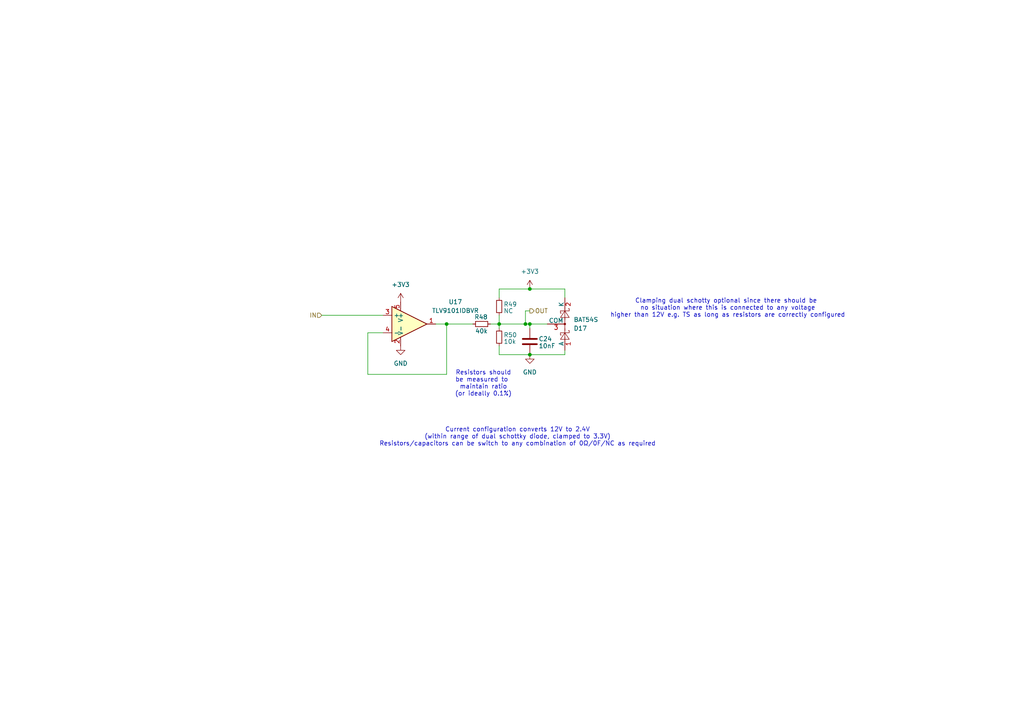
<source format=kicad_sch>
(kicad_sch
	(version 20250114)
	(generator "eeschema")
	(generator_version "9.0")
	(uuid "d08e4b3d-a906-40f0-8008-580d58939462")
	(paper "A4")
	(title_block
		(title "Can-Node")
		(company "SUFST")
		(comment 2 "Sam Sturgess/Martin Perreau-Saussine")
	)
	(lib_symbols
		(symbol "Device:C"
			(pin_numbers
				(hide yes)
			)
			(pin_names
				(offset 0.254)
			)
			(exclude_from_sim no)
			(in_bom yes)
			(on_board yes)
			(property "Reference" "C"
				(at 0.635 2.54 0)
				(effects
					(font
						(size 1.27 1.27)
					)
					(justify left)
				)
			)
			(property "Value" "C"
				(at 0.635 -2.54 0)
				(effects
					(font
						(size 1.27 1.27)
					)
					(justify left)
				)
			)
			(property "Footprint" ""
				(at 0.9652 -3.81 0)
				(effects
					(font
						(size 1.27 1.27)
					)
					(hide yes)
				)
			)
			(property "Datasheet" "~"
				(at 0 0 0)
				(effects
					(font
						(size 1.27 1.27)
					)
					(hide yes)
				)
			)
			(property "Description" "Unpolarized capacitor"
				(at 0 0 0)
				(effects
					(font
						(size 1.27 1.27)
					)
					(hide yes)
				)
			)
			(property "ki_keywords" "cap capacitor"
				(at 0 0 0)
				(effects
					(font
						(size 1.27 1.27)
					)
					(hide yes)
				)
			)
			(property "ki_fp_filters" "C_*"
				(at 0 0 0)
				(effects
					(font
						(size 1.27 1.27)
					)
					(hide yes)
				)
			)
			(symbol "C_0_1"
				(polyline
					(pts
						(xy -2.032 0.762) (xy 2.032 0.762)
					)
					(stroke
						(width 0.508)
						(type default)
					)
					(fill
						(type none)
					)
				)
				(polyline
					(pts
						(xy -2.032 -0.762) (xy 2.032 -0.762)
					)
					(stroke
						(width 0.508)
						(type default)
					)
					(fill
						(type none)
					)
				)
			)
			(symbol "C_1_1"
				(pin passive line
					(at 0 3.81 270)
					(length 2.794)
					(name "~"
						(effects
							(font
								(size 1.27 1.27)
							)
						)
					)
					(number "1"
						(effects
							(font
								(size 1.27 1.27)
							)
						)
					)
				)
				(pin passive line
					(at 0 -3.81 90)
					(length 2.794)
					(name "~"
						(effects
							(font
								(size 1.27 1.27)
							)
						)
					)
					(number "2"
						(effects
							(font
								(size 1.27 1.27)
							)
						)
					)
				)
			)
			(embedded_fonts no)
		)
		(symbol "Device:R_Small"
			(pin_numbers
				(hide yes)
			)
			(pin_names
				(offset 0.254)
				(hide yes)
			)
			(exclude_from_sim no)
			(in_bom yes)
			(on_board yes)
			(property "Reference" "R"
				(at 0.762 0.508 0)
				(effects
					(font
						(size 1.27 1.27)
					)
					(justify left)
				)
			)
			(property "Value" "R_Small"
				(at 0.762 -1.016 0)
				(effects
					(font
						(size 1.27 1.27)
					)
					(justify left)
				)
			)
			(property "Footprint" ""
				(at 0 0 0)
				(effects
					(font
						(size 1.27 1.27)
					)
					(hide yes)
				)
			)
			(property "Datasheet" "~"
				(at 0 0 0)
				(effects
					(font
						(size 1.27 1.27)
					)
					(hide yes)
				)
			)
			(property "Description" "Resistor, small symbol"
				(at 0 0 0)
				(effects
					(font
						(size 1.27 1.27)
					)
					(hide yes)
				)
			)
			(property "ki_keywords" "R resistor"
				(at 0 0 0)
				(effects
					(font
						(size 1.27 1.27)
					)
					(hide yes)
				)
			)
			(property "ki_fp_filters" "R_*"
				(at 0 0 0)
				(effects
					(font
						(size 1.27 1.27)
					)
					(hide yes)
				)
			)
			(symbol "R_Small_0_1"
				(rectangle
					(start -0.762 1.778)
					(end 0.762 -1.778)
					(stroke
						(width 0.2032)
						(type default)
					)
					(fill
						(type none)
					)
				)
			)
			(symbol "R_Small_1_1"
				(pin passive line
					(at 0 2.54 270)
					(length 0.762)
					(name "~"
						(effects
							(font
								(size 1.27 1.27)
							)
						)
					)
					(number "1"
						(effects
							(font
								(size 1.27 1.27)
							)
						)
					)
				)
				(pin passive line
					(at 0 -2.54 90)
					(length 0.762)
					(name "~"
						(effects
							(font
								(size 1.27 1.27)
							)
						)
					)
					(number "2"
						(effects
							(font
								(size 1.27 1.27)
							)
						)
					)
				)
			)
			(embedded_fonts no)
		)
		(symbol "Diode:BAT54S"
			(pin_names
				(offset 0)
			)
			(exclude_from_sim no)
			(in_bom yes)
			(on_board yes)
			(property "Reference" "D"
				(at 2.54 -5.08 0)
				(effects
					(font
						(size 1.27 1.27)
					)
					(justify left)
				)
			)
			(property "Value" "BAT54S"
				(at -6.35 3.175 0)
				(effects
					(font
						(size 1.27 1.27)
					)
					(justify left)
				)
			)
			(property "Footprint" "Package_TO_SOT_SMD:SOT-23"
				(at 1.905 3.175 0)
				(effects
					(font
						(size 1.27 1.27)
					)
					(justify left)
					(hide yes)
				)
			)
			(property "Datasheet" "https://www.diodes.com/assets/Datasheets/ds11005.pdf"
				(at -3.048 0 0)
				(effects
					(font
						(size 1.27 1.27)
					)
					(hide yes)
				)
			)
			(property "Description" "Vr 30V, If 200mA, Dual schottky barrier diode, in series, SOT-323"
				(at 0 0 0)
				(effects
					(font
						(size 1.27 1.27)
					)
					(hide yes)
				)
			)
			(property "ki_keywords" "schottky diode"
				(at 0 0 0)
				(effects
					(font
						(size 1.27 1.27)
					)
					(hide yes)
				)
			)
			(property "ki_fp_filters" "SOT?23*"
				(at 0 0 0)
				(effects
					(font
						(size 1.27 1.27)
					)
					(hide yes)
				)
			)
			(symbol "BAT54S_0_1"
				(polyline
					(pts
						(xy -4.445 1.27) (xy -4.445 -1.27) (xy -2.54 0) (xy -4.445 1.27)
					)
					(stroke
						(width 0)
						(type default)
					)
					(fill
						(type none)
					)
				)
				(polyline
					(pts
						(xy -3.81 0) (xy -1.27 0)
					)
					(stroke
						(width 0)
						(type default)
					)
					(fill
						(type none)
					)
				)
				(polyline
					(pts
						(xy -3.175 -1.27) (xy -3.175 -1.016)
					)
					(stroke
						(width 0)
						(type default)
					)
					(fill
						(type none)
					)
				)
				(polyline
					(pts
						(xy -2.54 1.27) (xy -1.905 1.27)
					)
					(stroke
						(width 0)
						(type default)
					)
					(fill
						(type none)
					)
				)
				(polyline
					(pts
						(xy -2.54 -1.27) (xy -3.175 -1.27)
					)
					(stroke
						(width 0)
						(type default)
					)
					(fill
						(type none)
					)
				)
				(polyline
					(pts
						(xy -2.54 -1.27) (xy -2.54 1.27)
					)
					(stroke
						(width 0)
						(type default)
					)
					(fill
						(type none)
					)
				)
				(polyline
					(pts
						(xy -1.905 1.27) (xy -1.905 1.016)
					)
					(stroke
						(width 0)
						(type default)
					)
					(fill
						(type none)
					)
				)
				(polyline
					(pts
						(xy -1.905 0) (xy 1.905 0)
					)
					(stroke
						(width 0)
						(type default)
					)
					(fill
						(type none)
					)
				)
				(circle
					(center 0 0)
					(radius 0.254)
					(stroke
						(width 0)
						(type default)
					)
					(fill
						(type outline)
					)
				)
				(polyline
					(pts
						(xy 1.27 0) (xy 3.81 0)
					)
					(stroke
						(width 0)
						(type default)
					)
					(fill
						(type none)
					)
				)
				(polyline
					(pts
						(xy 1.905 1.27) (xy 1.905 -1.27) (xy 3.81 0) (xy 1.905 1.27)
					)
					(stroke
						(width 0)
						(type default)
					)
					(fill
						(type none)
					)
				)
				(polyline
					(pts
						(xy 3.175 -1.27) (xy 3.175 -1.016)
					)
					(stroke
						(width 0)
						(type default)
					)
					(fill
						(type none)
					)
				)
				(polyline
					(pts
						(xy 3.81 1.27) (xy 4.445 1.27)
					)
					(stroke
						(width 0)
						(type default)
					)
					(fill
						(type none)
					)
				)
				(polyline
					(pts
						(xy 3.81 -1.27) (xy 3.175 -1.27)
					)
					(stroke
						(width 0)
						(type default)
					)
					(fill
						(type none)
					)
				)
				(polyline
					(pts
						(xy 3.81 -1.27) (xy 3.81 1.27)
					)
					(stroke
						(width 0)
						(type default)
					)
					(fill
						(type none)
					)
				)
				(polyline
					(pts
						(xy 4.445 1.27) (xy 4.445 1.016)
					)
					(stroke
						(width 0)
						(type default)
					)
					(fill
						(type none)
					)
				)
			)
			(symbol "BAT54S_1_1"
				(pin passive line
					(at -7.62 0 0)
					(length 3.81)
					(name "A"
						(effects
							(font
								(size 1.27 1.27)
							)
						)
					)
					(number "1"
						(effects
							(font
								(size 1.27 1.27)
							)
						)
					)
				)
				(pin passive line
					(at 0 -5.08 90)
					(length 5.08)
					(name "COM"
						(effects
							(font
								(size 1.27 1.27)
							)
						)
					)
					(number "3"
						(effects
							(font
								(size 1.27 1.27)
							)
						)
					)
				)
				(pin passive line
					(at 7.62 0 180)
					(length 3.81)
					(name "K"
						(effects
							(font
								(size 1.27 1.27)
							)
						)
					)
					(number "2"
						(effects
							(font
								(size 1.27 1.27)
							)
						)
					)
				)
			)
			(embedded_fonts no)
		)
		(symbol "GND_3"
			(power)
			(pin_numbers
				(hide yes)
			)
			(pin_names
				(offset 0)
				(hide yes)
			)
			(exclude_from_sim no)
			(in_bom yes)
			(on_board yes)
			(property "Reference" "#PWR"
				(at 0 -6.35 0)
				(effects
					(font
						(size 1.27 1.27)
					)
					(hide yes)
				)
			)
			(property "Value" "GND"
				(at 0 -3.81 0)
				(effects
					(font
						(size 1.27 1.27)
					)
				)
			)
			(property "Footprint" ""
				(at 0 0 0)
				(effects
					(font
						(size 1.27 1.27)
					)
					(hide yes)
				)
			)
			(property "Datasheet" ""
				(at 0 0 0)
				(effects
					(font
						(size 1.27 1.27)
					)
					(hide yes)
				)
			)
			(property "Description" "Power symbol creates a global label with name \"GND\" , ground"
				(at 0 0 0)
				(effects
					(font
						(size 1.27 1.27)
					)
					(hide yes)
				)
			)
			(property "ki_keywords" "global power"
				(at 0 0 0)
				(effects
					(font
						(size 1.27 1.27)
					)
					(hide yes)
				)
			)
			(symbol "GND_3_0_1"
				(polyline
					(pts
						(xy 0 0) (xy 0 -1.27) (xy 1.27 -1.27) (xy 0 -2.54) (xy -1.27 -1.27) (xy 0 -1.27)
					)
					(stroke
						(width 0)
						(type default)
					)
					(fill
						(type none)
					)
				)
			)
			(symbol "GND_3_1_1"
				(pin power_in line
					(at 0 0 270)
					(length 0)
					(name "~"
						(effects
							(font
								(size 1.27 1.27)
							)
						)
					)
					(number "1"
						(effects
							(font
								(size 1.27 1.27)
							)
						)
					)
				)
			)
			(embedded_fonts no)
		)
		(symbol "SUFST:TLV9101IDBVR"
			(exclude_from_sim no)
			(in_bom yes)
			(on_board yes)
			(property "Reference" "U"
				(at 0.254 0 0)
				(effects
					(font
						(size 1.27 1.27)
					)
				)
			)
			(property "Value" "TLV9101IDBVR"
				(at 0 0 0)
				(effects
					(font
						(size 1.27 1.27)
					)
				)
			)
			(property "Footprint" "Package_TO_SOT_SMD:SOT-23-5_HandSoldering"
				(at 0 0 0)
				(effects
					(font
						(size 1.27 1.27)
					)
					(hide yes)
				)
			)
			(property "Datasheet" "https://www.ti.com/lit/ds/symlink/tlv9102.pdf?ts=1770892612504&ref_url=https%253A%252F%252Fwww.ti.com%252Fproduct%252FTLV9102"
				(at 0 0 0)
				(effects
					(font
						(size 1.27 1.27)
					)
					(hide yes)
				)
			)
			(property "Description" "TLV910x 16-V, 1-MHz, Rail-to-Rail Input/Output, Low Power Op Amp"
				(at 0 0 0)
				(effects
					(font
						(size 1.27 1.27)
					)
					(hide yes)
				)
			)
			(property "Drawn By" "Adam Eastman"
				(at 0 0 0)
				(effects
					(font
						(size 1.27 1.27)
					)
					(hide yes)
				)
			)
			(symbol "TLV9101IDBVR_1_1"
				(polyline
					(pts
						(xy -3.81 5.08) (xy 6.35 0) (xy -3.81 -5.08) (xy -3.81 5.08)
					)
					(stroke
						(width 0.254)
						(type default)
					)
					(fill
						(type background)
					)
				)
				(pin input line
					(at -6.35 2.54 0)
					(length 2.54)
					(name "+"
						(effects
							(font
								(size 1.27 1.27)
							)
						)
					)
					(number "3"
						(effects
							(font
								(size 1.27 1.27)
							)
						)
					)
				)
				(pin input line
					(at -6.35 -2.54 0)
					(length 2.54)
					(name "-"
						(effects
							(font
								(size 1.27 1.27)
							)
						)
					)
					(number "4"
						(effects
							(font
								(size 1.27 1.27)
							)
						)
					)
				)
				(pin input line
					(at -1.27 6.35 270)
					(length 2.54)
					(name "V+"
						(effects
							(font
								(size 1.27 1.27)
							)
						)
					)
					(number "5"
						(effects
							(font
								(size 1.27 1.27)
							)
						)
					)
				)
				(pin input line
					(at -1.27 -6.35 90)
					(length 2.54)
					(name "V-"
						(effects
							(font
								(size 1.27 1.27)
							)
						)
					)
					(number "2"
						(effects
							(font
								(size 1.27 1.27)
							)
						)
					)
				)
				(pin output line
					(at 8.89 0 180)
					(length 2.54)
					(name "~"
						(effects
							(font
								(size 1.27 1.27)
							)
						)
					)
					(number "1"
						(effects
							(font
								(size 1.27 1.27)
							)
						)
					)
				)
			)
			(embedded_fonts no)
		)
		(symbol "power:+3V3"
			(power)
			(pin_numbers
				(hide yes)
			)
			(pin_names
				(offset 0)
				(hide yes)
			)
			(exclude_from_sim no)
			(in_bom yes)
			(on_board yes)
			(property "Reference" "#PWR"
				(at 0 -3.81 0)
				(effects
					(font
						(size 1.27 1.27)
					)
					(hide yes)
				)
			)
			(property "Value" "+3V3"
				(at 0 3.556 0)
				(effects
					(font
						(size 1.27 1.27)
					)
				)
			)
			(property "Footprint" ""
				(at 0 0 0)
				(effects
					(font
						(size 1.27 1.27)
					)
					(hide yes)
				)
			)
			(property "Datasheet" ""
				(at 0 0 0)
				(effects
					(font
						(size 1.27 1.27)
					)
					(hide yes)
				)
			)
			(property "Description" "Power symbol creates a global label with name \"+3V3\""
				(at 0 0 0)
				(effects
					(font
						(size 1.27 1.27)
					)
					(hide yes)
				)
			)
			(property "ki_keywords" "global power"
				(at 0 0 0)
				(effects
					(font
						(size 1.27 1.27)
					)
					(hide yes)
				)
			)
			(symbol "+3V3_0_1"
				(polyline
					(pts
						(xy -0.762 1.27) (xy 0 2.54)
					)
					(stroke
						(width 0)
						(type default)
					)
					(fill
						(type none)
					)
				)
				(polyline
					(pts
						(xy 0 2.54) (xy 0.762 1.27)
					)
					(stroke
						(width 0)
						(type default)
					)
					(fill
						(type none)
					)
				)
				(polyline
					(pts
						(xy 0 0) (xy 0 2.54)
					)
					(stroke
						(width 0)
						(type default)
					)
					(fill
						(type none)
					)
				)
			)
			(symbol "+3V3_1_1"
				(pin power_in line
					(at 0 0 90)
					(length 0)
					(name "~"
						(effects
							(font
								(size 1.27 1.27)
							)
						)
					)
					(number "1"
						(effects
							(font
								(size 1.27 1.27)
							)
						)
					)
				)
			)
			(embedded_fonts no)
		)
	)
	(text "Current configuration converts 12V to 2.4V\n(within range of dual schottky diode, clamped to 3.3V)\nResistors/capacitors can be switch to any combination of 0Ω/0F/NC as required"
		(exclude_from_sim no)
		(at 150.114 126.746 0)
		(effects
			(font
				(size 1.27 1.27)
			)
		)
		(uuid "3b42defb-2fdd-4863-bf43-bc6def9ff6a4")
	)
	(text "Clamping dual schotty optional since there should be \nno situation where this is connected to any voltage\nhigher than 12V e.g. TS as long as resistors are correctly configured"
		(exclude_from_sim no)
		(at 211.074 89.408 0)
		(effects
			(font
				(size 1.27 1.27)
			)
		)
		(uuid "651f5907-8df7-443b-a3bf-18d92bdd011a")
	)
	(text "Resistors should\nbe measured to \nmaintain ratio\n(or ideally 0.1%)\n"
		(exclude_from_sim no)
		(at 140.208 111.252 0)
		(effects
			(font
				(size 1.27 1.27)
			)
		)
		(uuid "9fa6b691-af15-464e-9477-c1855f4f60f2")
	)
	(junction
		(at 152.4 93.98)
		(diameter 0)
		(color 0 0 0 0)
		(uuid "18c811b3-0d83-43b6-bb7f-3734e2a32eee")
	)
	(junction
		(at 129.54 93.98)
		(diameter 0)
		(color 0 0 0 0)
		(uuid "323adbcb-c0a0-4fa1-aa23-2f01fba64670")
	)
	(junction
		(at 153.67 93.98)
		(diameter 0)
		(color 0 0 0 0)
		(uuid "8f1d50eb-c26e-406e-b025-e4b565a36637")
	)
	(junction
		(at 144.78 93.98)
		(diameter 0)
		(color 0 0 0 0)
		(uuid "c21aed93-c740-4ec4-bbf2-51841bbaa16b")
	)
	(junction
		(at 153.67 83.82)
		(diameter 0)
		(color 0 0 0 0)
		(uuid "f34259ed-1392-4917-980d-72f12638eadd")
	)
	(junction
		(at 153.67 102.87)
		(diameter 0)
		(color 0 0 0 0)
		(uuid "fe226199-a00e-4ea8-a47f-bbe4350000ca")
	)
	(wire
		(pts
			(xy 129.54 93.98) (xy 129.54 108.585)
		)
		(stroke
			(width 0)
			(type default)
		)
		(uuid "09355902-437a-4708-9be5-9de75133ab21")
	)
	(wire
		(pts
			(xy 144.78 83.82) (xy 153.67 83.82)
		)
		(stroke
			(width 0)
			(type default)
		)
		(uuid "175e14f5-aa3d-4b13-8ab4-157869203531")
	)
	(wire
		(pts
			(xy 144.78 102.87) (xy 153.67 102.87)
		)
		(stroke
			(width 0)
			(type default)
		)
		(uuid "27a664e8-70b5-4317-a452-16d577f87604")
	)
	(wire
		(pts
			(xy 144.78 91.44) (xy 144.78 93.98)
		)
		(stroke
			(width 0)
			(type default)
		)
		(uuid "4c9343c6-4fff-418a-82ec-8bec6d5bab53")
	)
	(wire
		(pts
			(xy 142.24 93.98) (xy 144.78 93.98)
		)
		(stroke
			(width 0)
			(type default)
		)
		(uuid "5f5159ff-daee-4d87-9aa1-280e0667636e")
	)
	(wire
		(pts
			(xy 153.67 90.17) (xy 152.4 90.17)
		)
		(stroke
			(width 0)
			(type default)
		)
		(uuid "5fbdb37f-c24f-40b1-9def-9ab8bea203f5")
	)
	(wire
		(pts
			(xy 153.67 93.98) (xy 158.75 93.98)
		)
		(stroke
			(width 0)
			(type default)
		)
		(uuid "647eb0d5-f74f-4c6a-bd15-9676aeb04792")
	)
	(wire
		(pts
			(xy 93.345 91.44) (xy 111.125 91.44)
		)
		(stroke
			(width 0)
			(type default)
		)
		(uuid "66e37b7e-2457-4180-a70b-4bac8c8a54ae")
	)
	(wire
		(pts
			(xy 129.54 108.585) (xy 106.68 108.585)
		)
		(stroke
			(width 0)
			(type default)
		)
		(uuid "6daee643-1df2-4f3d-a22a-742a1a0388f5")
	)
	(wire
		(pts
			(xy 144.78 83.82) (xy 144.78 86.36)
		)
		(stroke
			(width 0)
			(type default)
		)
		(uuid "6df86dc9-e325-4f41-9750-58af52e91768")
	)
	(wire
		(pts
			(xy 153.67 95.25) (xy 153.67 93.98)
		)
		(stroke
			(width 0)
			(type default)
		)
		(uuid "7a8a8211-7ea4-4be3-9d9c-1fdae741700d")
	)
	(wire
		(pts
			(xy 163.83 83.82) (xy 163.83 86.36)
		)
		(stroke
			(width 0)
			(type default)
		)
		(uuid "7c0a110c-b995-4150-a5e5-61e9c7988b07")
	)
	(wire
		(pts
			(xy 129.54 93.98) (xy 137.16 93.98)
		)
		(stroke
			(width 0)
			(type default)
		)
		(uuid "7ccf585c-d303-4895-a7de-6d49c12a809a")
	)
	(wire
		(pts
			(xy 106.68 108.585) (xy 106.68 96.52)
		)
		(stroke
			(width 0)
			(type default)
		)
		(uuid "82eb5cea-9db1-4448-9a97-535997d02cfe")
	)
	(wire
		(pts
			(xy 144.78 93.98) (xy 144.78 95.25)
		)
		(stroke
			(width 0)
			(type default)
		)
		(uuid "9aae41e0-883a-48a2-acc3-1dbee03de79a")
	)
	(wire
		(pts
			(xy 153.67 83.82) (xy 163.83 83.82)
		)
		(stroke
			(width 0)
			(type default)
		)
		(uuid "a2ba94a9-c816-4868-b5f7-c2ad64606606")
	)
	(wire
		(pts
			(xy 153.67 93.98) (xy 152.4 93.98)
		)
		(stroke
			(width 0)
			(type default)
		)
		(uuid "a493276f-d101-4171-af3b-eb8e5130f4fb")
	)
	(wire
		(pts
			(xy 144.78 100.33) (xy 144.78 102.87)
		)
		(stroke
			(width 0)
			(type default)
		)
		(uuid "b03a566e-02b6-4362-bfdf-cc063d39ca28")
	)
	(wire
		(pts
			(xy 163.83 102.87) (xy 163.83 101.6)
		)
		(stroke
			(width 0)
			(type default)
		)
		(uuid "c3d4a61e-8017-4088-9b5e-2c85183851d8")
	)
	(wire
		(pts
			(xy 126.365 93.98) (xy 129.54 93.98)
		)
		(stroke
			(width 0)
			(type default)
		)
		(uuid "cb9c1cfe-2648-4d3b-b536-707f67e7aafb")
	)
	(wire
		(pts
			(xy 152.4 90.17) (xy 152.4 93.98)
		)
		(stroke
			(width 0)
			(type default)
		)
		(uuid "d75df8e0-d845-4a8d-a7fb-be1d528a2a4b")
	)
	(wire
		(pts
			(xy 144.78 93.98) (xy 152.4 93.98)
		)
		(stroke
			(width 0)
			(type default)
		)
		(uuid "d77ad761-041a-4837-8522-005defaf2e0a")
	)
	(wire
		(pts
			(xy 153.67 102.87) (xy 163.83 102.87)
		)
		(stroke
			(width 0)
			(type default)
		)
		(uuid "e9a97984-2694-484b-8690-f69cc7fe8516")
	)
	(wire
		(pts
			(xy 106.68 96.52) (xy 111.125 96.52)
		)
		(stroke
			(width 0)
			(type default)
		)
		(uuid "ec8d5654-daf1-4f21-a6c8-6a8d1fe9cba2")
	)
	(hierarchical_label "OUT"
		(shape output)
		(at 153.67 90.17 0)
		(effects
			(font
				(size 1.27 1.27)
			)
			(justify left)
		)
		(uuid "0b095ce4-ad38-4edd-a3a9-8a45220847e6")
	)
	(hierarchical_label "IN"
		(shape input)
		(at 93.345 91.44 180)
		(effects
			(font
				(size 1.27 1.27)
			)
			(justify right)
		)
		(uuid "ed31a6ff-b2d2-4ab6-b11e-902de6335b8b")
	)
	(symbol
		(lib_id "Diode:BAT54S")
		(at 163.83 93.98 270)
		(mirror x)
		(unit 1)
		(exclude_from_sim no)
		(in_bom yes)
		(on_board yes)
		(dnp no)
		(uuid "0b6fc612-8e65-48dd-9a03-c030bceb9250")
		(property "Reference" "D4"
			(at 166.37 95.2501 90)
			(effects
				(font
					(size 1.27 1.27)
				)
				(justify left)
			)
		)
		(property "Value" "BAT54S"
			(at 166.37 92.7101 90)
			(effects
				(font
					(size 1.27 1.27)
				)
				(justify left)
			)
		)
		(property "Footprint" "Package_TO_SOT_SMD:SOT-23"
			(at 167.005 92.075 0)
			(effects
				(font
					(size 1.27 1.27)
				)
				(justify left)
				(hide yes)
			)
		)
		(property "Datasheet" "https://www.diodes.com/assets/Datasheets/ds11005.pdf"
			(at 163.83 97.028 0)
			(effects
				(font
					(size 1.27 1.27)
				)
				(hide yes)
			)
		)
		(property "Description" "Vr 30V, If 200mA, Dual schottky barrier diode, in series, SOT-323"
			(at 163.83 93.98 0)
			(effects
				(font
					(size 1.27 1.27)
				)
				(hide yes)
			)
		)
		(pin "1"
			(uuid "f35b9d9d-c4c8-40d0-a3ec-80afa5a80378")
		)
		(pin "3"
			(uuid "1eaba40c-b57d-4a54-ba27-f595694b26a4")
		)
		(pin "2"
			(uuid "b04ea1e8-faf8-4aab-aeec-f0cf7ed75996")
		)
		(instances
			(project "can-node"
				(path "/eaaf6381-0353-46e3-ad2e-69422d580355/2ee9570d-8d93-421f-a978-36b95ed059da/1fd9ecc0-c512-4ceb-8450-0f1107ad8383"
					(reference "D17")
					(unit 1)
				)
				(path "/eaaf6381-0353-46e3-ad2e-69422d580355/2ee9570d-8d93-421f-a978-36b95ed059da/3d65c8a8-9e26-4e5b-a388-1d08c4693d4f"
					(reference "D8")
					(unit 1)
				)
				(path "/eaaf6381-0353-46e3-ad2e-69422d580355/2ee9570d-8d93-421f-a978-36b95ed059da/7c739d08-7a09-4d86-a8f0-76db4759dcb6"
					(reference "D5")
					(unit 1)
				)
				(path "/eaaf6381-0353-46e3-ad2e-69422d580355/2ee9570d-8d93-421f-a978-36b95ed059da/aa2938ed-fdd7-4aa6-9344-5fd6f9f6c09a"
					(reference "D9")
					(unit 1)
				)
				(path "/eaaf6381-0353-46e3-ad2e-69422d580355/2ee9570d-8d93-421f-a978-36b95ed059da/ad222517-d854-4f5e-a977-5565cd1fe0d4"
					(reference "D19")
					(unit 1)
				)
				(path "/eaaf6381-0353-46e3-ad2e-69422d580355/2ee9570d-8d93-421f-a978-36b95ed059da/c5ec2ec4-95a0-4770-a7c7-b01933b32606"
					(reference "D11")
					(unit 1)
				)
				(path "/eaaf6381-0353-46e3-ad2e-69422d580355/2ee9570d-8d93-421f-a978-36b95ed059da/e136d66c-38ae-4960-a0b3-e6840ceb4612"
					(reference "D10")
					(unit 1)
				)
				(path "/eaaf6381-0353-46e3-ad2e-69422d580355/2ee9570d-8d93-421f-a978-36b95ed059da/e531e79d-e850-4806-b55a-ab9ab2ed4a51"
					(reference "D4")
					(unit 1)
				)
				(path "/eaaf6381-0353-46e3-ad2e-69422d580355/928fbfdc-3429-4c55-beb0-5722e5efe525/1fd9ecc0-c512-4ceb-8450-0f1107ad8383"
					(reference "D6")
					(unit 1)
				)
				(path "/eaaf6381-0353-46e3-ad2e-69422d580355/928fbfdc-3429-4c55-beb0-5722e5efe525/3d65c8a8-9e26-4e5b-a388-1d08c4693d4f"
					(reference "D12")
					(unit 1)
				)
				(path "/eaaf6381-0353-46e3-ad2e-69422d580355/928fbfdc-3429-4c55-beb0-5722e5efe525/7c739d08-7a09-4d86-a8f0-76db4759dcb6"
					(reference "D18")
					(unit 1)
				)
				(path "/eaaf6381-0353-46e3-ad2e-69422d580355/928fbfdc-3429-4c55-beb0-5722e5efe525/aa2938ed-fdd7-4aa6-9344-5fd6f9f6c09a"
					(reference "D13")
					(unit 1)
				)
				(path "/eaaf6381-0353-46e3-ad2e-69422d580355/928fbfdc-3429-4c55-beb0-5722e5efe525/ad222517-d854-4f5e-a977-5565cd1fe0d4"
					(reference "D7")
					(unit 1)
				)
				(path "/eaaf6381-0353-46e3-ad2e-69422d580355/928fbfdc-3429-4c55-beb0-5722e5efe525/c5ec2ec4-95a0-4770-a7c7-b01933b32606"
					(reference "D15")
					(unit 1)
				)
				(path "/eaaf6381-0353-46e3-ad2e-69422d580355/928fbfdc-3429-4c55-beb0-5722e5efe525/e136d66c-38ae-4960-a0b3-e6840ceb4612"
					(reference "D14")
					(unit 1)
				)
				(path "/eaaf6381-0353-46e3-ad2e-69422d580355/928fbfdc-3429-4c55-beb0-5722e5efe525/e531e79d-e850-4806-b55a-ab9ab2ed4a51"
					(reference "D16")
					(unit 1)
				)
			)
		)
	)
	(symbol
		(lib_id "SUFST:TLV9101IDBVR")
		(at 117.475 93.98 0)
		(unit 1)
		(exclude_from_sim no)
		(in_bom yes)
		(on_board yes)
		(dnp no)
		(fields_autoplaced yes)
		(uuid "0fcd027b-9d9a-4c7e-ab08-d816d88c6e1f")
		(property "Reference" "U4"
			(at 132.08 87.5598 0)
			(effects
				(font
					(size 1.27 1.27)
				)
			)
		)
		(property "Value" "TLV9101IDBVR"
			(at 132.08 90.0998 0)
			(effects
				(font
					(size 1.27 1.27)
				)
			)
		)
		(property "Footprint" "Package_TO_SOT_SMD:SOT-23-5_HandSoldering"
			(at 117.475 93.98 0)
			(effects
				(font
					(size 1.27 1.27)
				)
				(hide yes)
			)
		)
		(property "Datasheet" "https://www.ti.com/lit/ds/symlink/tlv9102.pdf?ts=1770892612504&ref_url=https%253A%252F%252Fwww.ti.com%252Fproduct%252FTLV9102"
			(at 117.475 93.98 0)
			(effects
				(font
					(size 1.27 1.27)
				)
				(hide yes)
			)
		)
		(property "Description" "TLV910x 16-V, 1-MHz, Rail-to-Rail Input/Output, Low Power Op Amp"
			(at 117.475 93.98 0)
			(effects
				(font
					(size 1.27 1.27)
				)
				(hide yes)
			)
		)
		(property "Drawn By" "Adam Eastman"
			(at 117.475 93.98 0)
			(effects
				(font
					(size 1.27 1.27)
				)
				(hide yes)
			)
		)
		(pin "3"
			(uuid "9df5dce7-8ec6-48d9-95aa-9fc957613760")
		)
		(pin "1"
			(uuid "32528bae-82be-40c9-97c5-4c04e5b64c5a")
		)
		(pin "2"
			(uuid "37ff203e-4d04-4ebe-8996-afc86c3a5bed")
		)
		(pin "5"
			(uuid "02e67e7f-1984-4895-bfe1-b11edb04c073")
		)
		(pin "4"
			(uuid "d5ecb451-4ae2-4a70-bc6d-815b7b2911ae")
		)
		(instances
			(project ""
				(path "/eaaf6381-0353-46e3-ad2e-69422d580355/2ee9570d-8d93-421f-a978-36b95ed059da/1fd9ecc0-c512-4ceb-8450-0f1107ad8383"
					(reference "U17")
					(unit 1)
				)
				(path "/eaaf6381-0353-46e3-ad2e-69422d580355/2ee9570d-8d93-421f-a978-36b95ed059da/3d65c8a8-9e26-4e5b-a388-1d08c4693d4f"
					(reference "U8")
					(unit 1)
				)
				(path "/eaaf6381-0353-46e3-ad2e-69422d580355/2ee9570d-8d93-421f-a978-36b95ed059da/7c739d08-7a09-4d86-a8f0-76db4759dcb6"
					(reference "U5")
					(unit 1)
				)
				(path "/eaaf6381-0353-46e3-ad2e-69422d580355/2ee9570d-8d93-421f-a978-36b95ed059da/aa2938ed-fdd7-4aa6-9344-5fd6f9f6c09a"
					(reference "U9")
					(unit 1)
				)
				(path "/eaaf6381-0353-46e3-ad2e-69422d580355/2ee9570d-8d93-421f-a978-36b95ed059da/ad222517-d854-4f5e-a977-5565cd1fe0d4"
					(reference "U19")
					(unit 1)
				)
				(path "/eaaf6381-0353-46e3-ad2e-69422d580355/2ee9570d-8d93-421f-a978-36b95ed059da/c5ec2ec4-95a0-4770-a7c7-b01933b32606"
					(reference "U11")
					(unit 1)
				)
				(path "/eaaf6381-0353-46e3-ad2e-69422d580355/2ee9570d-8d93-421f-a978-36b95ed059da/e136d66c-38ae-4960-a0b3-e6840ceb4612"
					(reference "U10")
					(unit 1)
				)
				(path "/eaaf6381-0353-46e3-ad2e-69422d580355/2ee9570d-8d93-421f-a978-36b95ed059da/e531e79d-e850-4806-b55a-ab9ab2ed4a51"
					(reference "U4")
					(unit 1)
				)
				(path "/eaaf6381-0353-46e3-ad2e-69422d580355/928fbfdc-3429-4c55-beb0-5722e5efe525/1fd9ecc0-c512-4ceb-8450-0f1107ad8383"
					(reference "U6")
					(unit 1)
				)
				(path "/eaaf6381-0353-46e3-ad2e-69422d580355/928fbfdc-3429-4c55-beb0-5722e5efe525/3d65c8a8-9e26-4e5b-a388-1d08c4693d4f"
					(reference "U12")
					(unit 1)
				)
				(path "/eaaf6381-0353-46e3-ad2e-69422d580355/928fbfdc-3429-4c55-beb0-5722e5efe525/7c739d08-7a09-4d86-a8f0-76db4759dcb6"
					(reference "U18")
					(unit 1)
				)
				(path "/eaaf6381-0353-46e3-ad2e-69422d580355/928fbfdc-3429-4c55-beb0-5722e5efe525/aa2938ed-fdd7-4aa6-9344-5fd6f9f6c09a"
					(reference "U13")
					(unit 1)
				)
				(path "/eaaf6381-0353-46e3-ad2e-69422d580355/928fbfdc-3429-4c55-beb0-5722e5efe525/ad222517-d854-4f5e-a977-5565cd1fe0d4"
					(reference "U7")
					(unit 1)
				)
				(path "/eaaf6381-0353-46e3-ad2e-69422d580355/928fbfdc-3429-4c55-beb0-5722e5efe525/c5ec2ec4-95a0-4770-a7c7-b01933b32606"
					(reference "U15")
					(unit 1)
				)
				(path "/eaaf6381-0353-46e3-ad2e-69422d580355/928fbfdc-3429-4c55-beb0-5722e5efe525/e136d66c-38ae-4960-a0b3-e6840ceb4612"
					(reference "U14")
					(unit 1)
				)
				(path "/eaaf6381-0353-46e3-ad2e-69422d580355/928fbfdc-3429-4c55-beb0-5722e5efe525/e531e79d-e850-4806-b55a-ab9ab2ed4a51"
					(reference "U16")
					(unit 1)
				)
			)
		)
	)
	(symbol
		(lib_id "Device:R_Small")
		(at 139.7 93.98 270)
		(unit 1)
		(exclude_from_sim no)
		(in_bom yes)
		(on_board yes)
		(dnp no)
		(uuid "111cb3cc-668d-493f-a3a8-3d81ccd77c21")
		(property "Reference" "R9"
			(at 141.478 91.948 90)
			(effects
				(font
					(size 1.27 1.27)
				)
				(justify right)
			)
		)
		(property "Value" "40k"
			(at 141.478 96.012 90)
			(effects
				(font
					(size 1.27 1.27)
				)
				(justify right)
			)
		)
		(property "Footprint" "Resistor_SMD:R_0603_1608Metric_Pad0.98x0.95mm_HandSolder"
			(at 139.7 93.98 0)
			(effects
				(font
					(size 1.27 1.27)
				)
				(hide yes)
			)
		)
		(property "Datasheet" "https://www.mouser.co.uk/datasheet/2/427/dcrcwife3-1761849.pdf"
			(at 139.7 93.98 0)
			(effects
				(font
					(size 1.27 1.27)
				)
				(hide yes)
			)
		)
		(property "Description" ""
			(at 139.7 93.98 0)
			(effects
				(font
					(size 1.27 1.27)
				)
				(hide yes)
			)
		)
		(property "Optional" "True"
			(at 139.7 93.98 0)
			(effects
				(font
					(size 1.27 1.27)
				)
				(hide yes)
			)
		)
		(property "Order Code" ""
			(at 139.7 93.98 0)
			(effects
				(font
					(size 1.27 1.27)
				)
				(hide yes)
			)
		)
		(property "Supplier" "Mouser"
			(at 139.7 93.98 0)
			(effects
				(font
					(size 1.27 1.27)
				)
				(hide yes)
			)
		)
		(property "Manufacturer_Part_Number" "CRCW080540K0FKEA"
			(at 139.7 93.98 0)
			(effects
				(font
					(size 1.27 1.27)
				)
				(hide yes)
			)
		)
		(property "Mouser Part Number" "71-CRCW080540K0FKEA"
			(at 139.7 93.98 0)
			(effects
				(font
					(size 1.27 1.27)
				)
				(hide yes)
			)
		)
		(pin "1"
			(uuid "f60cd8ae-5e70-47c2-affa-7e93db97023e")
		)
		(pin "2"
			(uuid "b30333aa-abb9-4dbc-879a-989d371facf1")
		)
		(instances
			(project "can-node"
				(path "/eaaf6381-0353-46e3-ad2e-69422d580355/2ee9570d-8d93-421f-a978-36b95ed059da/1fd9ecc0-c512-4ceb-8450-0f1107ad8383"
					(reference "R48")
					(unit 1)
				)
				(path "/eaaf6381-0353-46e3-ad2e-69422d580355/2ee9570d-8d93-421f-a978-36b95ed059da/3d65c8a8-9e26-4e5b-a388-1d08c4693d4f"
					(reference "R21")
					(unit 1)
				)
				(path "/eaaf6381-0353-46e3-ad2e-69422d580355/2ee9570d-8d93-421f-a978-36b95ed059da/7c739d08-7a09-4d86-a8f0-76db4759dcb6"
					(reference "R12")
					(unit 1)
				)
				(path "/eaaf6381-0353-46e3-ad2e-69422d580355/2ee9570d-8d93-421f-a978-36b95ed059da/aa2938ed-fdd7-4aa6-9344-5fd6f9f6c09a"
					(reference "R24")
					(unit 1)
				)
				(path "/eaaf6381-0353-46e3-ad2e-69422d580355/2ee9570d-8d93-421f-a978-36b95ed059da/ad222517-d854-4f5e-a977-5565cd1fe0d4"
					(reference "R54")
					(unit 1)
				)
				(path "/eaaf6381-0353-46e3-ad2e-69422d580355/2ee9570d-8d93-421f-a978-36b95ed059da/c5ec2ec4-95a0-4770-a7c7-b01933b32606"
					(reference "R30")
					(unit 1)
				)
				(path "/eaaf6381-0353-46e3-ad2e-69422d580355/2ee9570d-8d93-421f-a978-36b95ed059da/e136d66c-38ae-4960-a0b3-e6840ceb4612"
					(reference "R27")
					(unit 1)
				)
				(path "/eaaf6381-0353-46e3-ad2e-69422d580355/2ee9570d-8d93-421f-a978-36b95ed059da/e531e79d-e850-4806-b55a-ab9ab2ed4a51"
					(reference "R9")
					(unit 1)
				)
				(path "/eaaf6381-0353-46e3-ad2e-69422d580355/928fbfdc-3429-4c55-beb0-5722e5efe525/1fd9ecc0-c512-4ceb-8450-0f1107ad8383"
					(reference "R15")
					(unit 1)
				)
				(path "/eaaf6381-0353-46e3-ad2e-69422d580355/928fbfdc-3429-4c55-beb0-5722e5efe525/3d65c8a8-9e26-4e5b-a388-1d08c4693d4f"
					(reference "R33")
					(unit 1)
				)
				(path "/eaaf6381-0353-46e3-ad2e-69422d580355/928fbfdc-3429-4c55-beb0-5722e5efe525/7c739d08-7a09-4d86-a8f0-76db4759dcb6"
					(reference "R51")
					(unit 1)
				)
				(path "/eaaf6381-0353-46e3-ad2e-69422d580355/928fbfdc-3429-4c55-beb0-5722e5efe525/aa2938ed-fdd7-4aa6-9344-5fd6f9f6c09a"
					(reference "R36")
					(unit 1)
				)
				(path "/eaaf6381-0353-46e3-ad2e-69422d580355/928fbfdc-3429-4c55-beb0-5722e5efe525/ad222517-d854-4f5e-a977-5565cd1fe0d4"
					(reference "R18")
					(unit 1)
				)
				(path "/eaaf6381-0353-46e3-ad2e-69422d580355/928fbfdc-3429-4c55-beb0-5722e5efe525/c5ec2ec4-95a0-4770-a7c7-b01933b32606"
					(reference "R42")
					(unit 1)
				)
				(path "/eaaf6381-0353-46e3-ad2e-69422d580355/928fbfdc-3429-4c55-beb0-5722e5efe525/e136d66c-38ae-4960-a0b3-e6840ceb4612"
					(reference "R39")
					(unit 1)
				)
				(path "/eaaf6381-0353-46e3-ad2e-69422d580355/928fbfdc-3429-4c55-beb0-5722e5efe525/e531e79d-e850-4806-b55a-ab9ab2ed4a51"
					(reference "R45")
					(unit 1)
				)
			)
		)
	)
	(symbol
		(lib_id "power:+3V3")
		(at 116.205 87.63 0)
		(unit 1)
		(exclude_from_sim no)
		(in_bom yes)
		(on_board yes)
		(dnp no)
		(fields_autoplaced yes)
		(uuid "20e2e3f9-8288-467b-ac65-d93ec95f163a")
		(property "Reference" "#PWR037"
			(at 116.205 91.44 0)
			(effects
				(font
					(size 1.27 1.27)
				)
				(hide yes)
			)
		)
		(property "Value" "+3V3"
			(at 116.205 82.55 0)
			(effects
				(font
					(size 1.27 1.27)
				)
			)
		)
		(property "Footprint" ""
			(at 116.205 87.63 0)
			(effects
				(font
					(size 1.27 1.27)
				)
				(hide yes)
			)
		)
		(property "Datasheet" ""
			(at 116.205 87.63 0)
			(effects
				(font
					(size 1.27 1.27)
				)
				(hide yes)
			)
		)
		(property "Description" "Power symbol creates a global label with name \"+3V3\""
			(at 116.205 87.63 0)
			(effects
				(font
					(size 1.27 1.27)
				)
				(hide yes)
			)
		)
		(pin "1"
			(uuid "8341535c-6524-44c1-bcc3-eceebabddfb6")
		)
		(instances
			(project "can-node"
				(path "/eaaf6381-0353-46e3-ad2e-69422d580355/2ee9570d-8d93-421f-a978-36b95ed059da/1fd9ecc0-c512-4ceb-8450-0f1107ad8383"
					(reference "#PWR091")
					(unit 1)
				)
				(path "/eaaf6381-0353-46e3-ad2e-69422d580355/2ee9570d-8d93-421f-a978-36b95ed059da/3d65c8a8-9e26-4e5b-a388-1d08c4693d4f"
					(reference "#PWR053")
					(unit 1)
				)
				(path "/eaaf6381-0353-46e3-ad2e-69422d580355/2ee9570d-8d93-421f-a978-36b95ed059da/7c739d08-7a09-4d86-a8f0-76db4759dcb6"
					(reference "#PWR041")
					(unit 1)
				)
				(path "/eaaf6381-0353-46e3-ad2e-69422d580355/2ee9570d-8d93-421f-a978-36b95ed059da/aa2938ed-fdd7-4aa6-9344-5fd6f9f6c09a"
					(reference "#PWR057")
					(unit 1)
				)
				(path "/eaaf6381-0353-46e3-ad2e-69422d580355/2ee9570d-8d93-421f-a978-36b95ed059da/ad222517-d854-4f5e-a977-5565cd1fe0d4"
					(reference "#PWR0101")
					(unit 1)
				)
				(path "/eaaf6381-0353-46e3-ad2e-69422d580355/2ee9570d-8d93-421f-a978-36b95ed059da/c5ec2ec4-95a0-4770-a7c7-b01933b32606"
					(reference "#PWR065")
					(unit 1)
				)
				(path "/eaaf6381-0353-46e3-ad2e-69422d580355/2ee9570d-8d93-421f-a978-36b95ed059da/e136d66c-38ae-4960-a0b3-e6840ceb4612"
					(reference "#PWR061")
					(unit 1)
				)
				(path "/eaaf6381-0353-46e3-ad2e-69422d580355/2ee9570d-8d93-421f-a978-36b95ed059da/e531e79d-e850-4806-b55a-ab9ab2ed4a51"
					(reference "#PWR037")
					(unit 1)
				)
				(path "/eaaf6381-0353-46e3-ad2e-69422d580355/928fbfdc-3429-4c55-beb0-5722e5efe525/1fd9ecc0-c512-4ceb-8450-0f1107ad8383"
					(reference "#PWR045")
					(unit 1)
				)
				(path "/eaaf6381-0353-46e3-ad2e-69422d580355/928fbfdc-3429-4c55-beb0-5722e5efe525/3d65c8a8-9e26-4e5b-a388-1d08c4693d4f"
					(reference "#PWR071")
					(unit 1)
				)
				(path "/eaaf6381-0353-46e3-ad2e-69422d580355/928fbfdc-3429-4c55-beb0-5722e5efe525/7c739d08-7a09-4d86-a8f0-76db4759dcb6"
					(reference "#PWR095")
					(unit 1)
				)
				(path "/eaaf6381-0353-46e3-ad2e-69422d580355/928fbfdc-3429-4c55-beb0-5722e5efe525/aa2938ed-fdd7-4aa6-9344-5fd6f9f6c09a"
					(reference "#PWR075")
					(unit 1)
				)
				(path "/eaaf6381-0353-46e3-ad2e-69422d580355/928fbfdc-3429-4c55-beb0-5722e5efe525/ad222517-d854-4f5e-a977-5565cd1fe0d4"
					(reference "#PWR049")
					(unit 1)
				)
				(path "/eaaf6381-0353-46e3-ad2e-69422d580355/928fbfdc-3429-4c55-beb0-5722e5efe525/c5ec2ec4-95a0-4770-a7c7-b01933b32606"
					(reference "#PWR083")
					(unit 1)
				)
				(path "/eaaf6381-0353-46e3-ad2e-69422d580355/928fbfdc-3429-4c55-beb0-5722e5efe525/e136d66c-38ae-4960-a0b3-e6840ceb4612"
					(reference "#PWR079")
					(unit 1)
				)
				(path "/eaaf6381-0353-46e3-ad2e-69422d580355/928fbfdc-3429-4c55-beb0-5722e5efe525/e531e79d-e850-4806-b55a-ab9ab2ed4a51"
					(reference "#PWR087")
					(unit 1)
				)
			)
		)
	)
	(symbol
		(lib_id "Device:R_Small")
		(at 144.78 88.9 180)
		(unit 1)
		(exclude_from_sim no)
		(in_bom yes)
		(on_board yes)
		(dnp no)
		(uuid "5bd95dc9-5a93-4296-b09b-013b67a94fee")
		(property "Reference" "R10"
			(at 146.05 88.265 0)
			(effects
				(font
					(size 1.27 1.27)
				)
				(justify right)
			)
		)
		(property "Value" "NC"
			(at 146.05 90.17 0)
			(effects
				(font
					(size 1.27 1.27)
				)
				(justify right)
			)
		)
		(property "Footprint" "Resistor_SMD:R_0603_1608Metric_Pad0.98x0.95mm_HandSolder"
			(at 144.78 88.9 0)
			(effects
				(font
					(size 1.27 1.27)
				)
				(hide yes)
			)
		)
		(property "Datasheet" "https://www.mouser.co.uk/datasheet/2/427/dcrcwife3-1761849.pdf"
			(at 144.78 88.9 0)
			(effects
				(font
					(size 1.27 1.27)
				)
				(hide yes)
			)
		)
		(property "Description" ""
			(at 144.78 88.9 0)
			(effects
				(font
					(size 1.27 1.27)
				)
				(hide yes)
			)
		)
		(property "Optional" "True"
			(at 144.78 88.9 0)
			(effects
				(font
					(size 1.27 1.27)
				)
				(hide yes)
			)
		)
		(property "Order Code" ""
			(at 144.78 88.9 0)
			(effects
				(font
					(size 1.27 1.27)
				)
				(hide yes)
			)
		)
		(property "Supplier" "Mouser"
			(at 144.78 88.9 0)
			(effects
				(font
					(size 1.27 1.27)
				)
				(hide yes)
			)
		)
		(property "Manufacturer_Part_Number" "CRGH0805F12R"
			(at 144.78 88.9 0)
			(effects
				(font
					(size 1.27 1.27)
				)
				(hide yes)
			)
		)
		(property "Mouser Part Number" "279-CRGH0805F12R"
			(at 144.78 88.9 0)
			(effects
				(font
					(size 1.27 1.27)
				)
				(hide yes)
			)
		)
		(pin "1"
			(uuid "0f106bf4-90b6-442c-8238-f4d02eabe400")
		)
		(pin "2"
			(uuid "fa75f631-33aa-4d72-9eec-5b14cdb6e018")
		)
		(instances
			(project "can-node"
				(path "/eaaf6381-0353-46e3-ad2e-69422d580355/2ee9570d-8d93-421f-a978-36b95ed059da/1fd9ecc0-c512-4ceb-8450-0f1107ad8383"
					(reference "R49")
					(unit 1)
				)
				(path "/eaaf6381-0353-46e3-ad2e-69422d580355/2ee9570d-8d93-421f-a978-36b95ed059da/3d65c8a8-9e26-4e5b-a388-1d08c4693d4f"
					(reference "R22")
					(unit 1)
				)
				(path "/eaaf6381-0353-46e3-ad2e-69422d580355/2ee9570d-8d93-421f-a978-36b95ed059da/7c739d08-7a09-4d86-a8f0-76db4759dcb6"
					(reference "R13")
					(unit 1)
				)
				(path "/eaaf6381-0353-46e3-ad2e-69422d580355/2ee9570d-8d93-421f-a978-36b95ed059da/aa2938ed-fdd7-4aa6-9344-5fd6f9f6c09a"
					(reference "R25")
					(unit 1)
				)
				(path "/eaaf6381-0353-46e3-ad2e-69422d580355/2ee9570d-8d93-421f-a978-36b95ed059da/ad222517-d854-4f5e-a977-5565cd1fe0d4"
					(reference "R55")
					(unit 1)
				)
				(path "/eaaf6381-0353-46e3-ad2e-69422d580355/2ee9570d-8d93-421f-a978-36b95ed059da/c5ec2ec4-95a0-4770-a7c7-b01933b32606"
					(reference "R31")
					(unit 1)
				)
				(path "/eaaf6381-0353-46e3-ad2e-69422d580355/2ee9570d-8d93-421f-a978-36b95ed059da/e136d66c-38ae-4960-a0b3-e6840ceb4612"
					(reference "R28")
					(unit 1)
				)
				(path "/eaaf6381-0353-46e3-ad2e-69422d580355/2ee9570d-8d93-421f-a978-36b95ed059da/e531e79d-e850-4806-b55a-ab9ab2ed4a51"
					(reference "R10")
					(unit 1)
				)
				(path "/eaaf6381-0353-46e3-ad2e-69422d580355/928fbfdc-3429-4c55-beb0-5722e5efe525/1fd9ecc0-c512-4ceb-8450-0f1107ad8383"
					(reference "R16")
					(unit 1)
				)
				(path "/eaaf6381-0353-46e3-ad2e-69422d580355/928fbfdc-3429-4c55-beb0-5722e5efe525/3d65c8a8-9e26-4e5b-a388-1d08c4693d4f"
					(reference "R34")
					(unit 1)
				)
				(path "/eaaf6381-0353-46e3-ad2e-69422d580355/928fbfdc-3429-4c55-beb0-5722e5efe525/7c739d08-7a09-4d86-a8f0-76db4759dcb6"
					(reference "R52")
					(unit 1)
				)
				(path "/eaaf6381-0353-46e3-ad2e-69422d580355/928fbfdc-3429-4c55-beb0-5722e5efe525/aa2938ed-fdd7-4aa6-9344-5fd6f9f6c09a"
					(reference "R37")
					(unit 1)
				)
				(path "/eaaf6381-0353-46e3-ad2e-69422d580355/928fbfdc-3429-4c55-beb0-5722e5efe525/ad222517-d854-4f5e-a977-5565cd1fe0d4"
					(reference "R19")
					(unit 1)
				)
				(path "/eaaf6381-0353-46e3-ad2e-69422d580355/928fbfdc-3429-4c55-beb0-5722e5efe525/c5ec2ec4-95a0-4770-a7c7-b01933b32606"
					(reference "R43")
					(unit 1)
				)
				(path "/eaaf6381-0353-46e3-ad2e-69422d580355/928fbfdc-3429-4c55-beb0-5722e5efe525/e136d66c-38ae-4960-a0b3-e6840ceb4612"
					(reference "R40")
					(unit 1)
				)
				(path "/eaaf6381-0353-46e3-ad2e-69422d580355/928fbfdc-3429-4c55-beb0-5722e5efe525/e531e79d-e850-4806-b55a-ab9ab2ed4a51"
					(reference "R46")
					(unit 1)
				)
			)
		)
	)
	(symbol
		(lib_name "GND_3")
		(lib_id "power:GND")
		(at 116.205 100.33 0)
		(unit 1)
		(exclude_from_sim no)
		(in_bom yes)
		(on_board yes)
		(dnp no)
		(fields_autoplaced yes)
		(uuid "70b65129-c765-47b6-813d-51c062e292a5")
		(property "Reference" "#PWR038"
			(at 116.205 106.68 0)
			(effects
				(font
					(size 1.27 1.27)
				)
				(hide yes)
			)
		)
		(property "Value" "GND"
			(at 116.205 105.41 0)
			(effects
				(font
					(size 1.27 1.27)
				)
			)
		)
		(property "Footprint" ""
			(at 116.205 100.33 0)
			(effects
				(font
					(size 1.27 1.27)
				)
				(hide yes)
			)
		)
		(property "Datasheet" ""
			(at 116.205 100.33 0)
			(effects
				(font
					(size 1.27 1.27)
				)
				(hide yes)
			)
		)
		(property "Description" "Power symbol creates a global label with name \"GND\" , ground"
			(at 116.205 100.33 0)
			(effects
				(font
					(size 1.27 1.27)
				)
				(hide yes)
			)
		)
		(pin "1"
			(uuid "6d76c0da-929e-4e3a-8af6-c1ce09b2ecd5")
		)
		(instances
			(project "can-node"
				(path "/eaaf6381-0353-46e3-ad2e-69422d580355/2ee9570d-8d93-421f-a978-36b95ed059da/1fd9ecc0-c512-4ceb-8450-0f1107ad8383"
					(reference "#PWR092")
					(unit 1)
				)
				(path "/eaaf6381-0353-46e3-ad2e-69422d580355/2ee9570d-8d93-421f-a978-36b95ed059da/3d65c8a8-9e26-4e5b-a388-1d08c4693d4f"
					(reference "#PWR054")
					(unit 1)
				)
				(path "/eaaf6381-0353-46e3-ad2e-69422d580355/2ee9570d-8d93-421f-a978-36b95ed059da/7c739d08-7a09-4d86-a8f0-76db4759dcb6"
					(reference "#PWR042")
					(unit 1)
				)
				(path "/eaaf6381-0353-46e3-ad2e-69422d580355/2ee9570d-8d93-421f-a978-36b95ed059da/aa2938ed-fdd7-4aa6-9344-5fd6f9f6c09a"
					(reference "#PWR058")
					(unit 1)
				)
				(path "/eaaf6381-0353-46e3-ad2e-69422d580355/2ee9570d-8d93-421f-a978-36b95ed059da/ad222517-d854-4f5e-a977-5565cd1fe0d4"
					(reference "#PWR0102")
					(unit 1)
				)
				(path "/eaaf6381-0353-46e3-ad2e-69422d580355/2ee9570d-8d93-421f-a978-36b95ed059da/c5ec2ec4-95a0-4770-a7c7-b01933b32606"
					(reference "#PWR066")
					(unit 1)
				)
				(path "/eaaf6381-0353-46e3-ad2e-69422d580355/2ee9570d-8d93-421f-a978-36b95ed059da/e136d66c-38ae-4960-a0b3-e6840ceb4612"
					(reference "#PWR062")
					(unit 1)
				)
				(path "/eaaf6381-0353-46e3-ad2e-69422d580355/2ee9570d-8d93-421f-a978-36b95ed059da/e531e79d-e850-4806-b55a-ab9ab2ed4a51"
					(reference "#PWR038")
					(unit 1)
				)
				(path "/eaaf6381-0353-46e3-ad2e-69422d580355/928fbfdc-3429-4c55-beb0-5722e5efe525/1fd9ecc0-c512-4ceb-8450-0f1107ad8383"
					(reference "#PWR046")
					(unit 1)
				)
				(path "/eaaf6381-0353-46e3-ad2e-69422d580355/928fbfdc-3429-4c55-beb0-5722e5efe525/3d65c8a8-9e26-4e5b-a388-1d08c4693d4f"
					(reference "#PWR072")
					(unit 1)
				)
				(path "/eaaf6381-0353-46e3-ad2e-69422d580355/928fbfdc-3429-4c55-beb0-5722e5efe525/7c739d08-7a09-4d86-a8f0-76db4759dcb6"
					(reference "#PWR096")
					(unit 1)
				)
				(path "/eaaf6381-0353-46e3-ad2e-69422d580355/928fbfdc-3429-4c55-beb0-5722e5efe525/aa2938ed-fdd7-4aa6-9344-5fd6f9f6c09a"
					(reference "#PWR076")
					(unit 1)
				)
				(path "/eaaf6381-0353-46e3-ad2e-69422d580355/928fbfdc-3429-4c55-beb0-5722e5efe525/ad222517-d854-4f5e-a977-5565cd1fe0d4"
					(reference "#PWR050")
					(unit 1)
				)
				(path "/eaaf6381-0353-46e3-ad2e-69422d580355/928fbfdc-3429-4c55-beb0-5722e5efe525/c5ec2ec4-95a0-4770-a7c7-b01933b32606"
					(reference "#PWR084")
					(unit 1)
				)
				(path "/eaaf6381-0353-46e3-ad2e-69422d580355/928fbfdc-3429-4c55-beb0-5722e5efe525/e136d66c-38ae-4960-a0b3-e6840ceb4612"
					(reference "#PWR080")
					(unit 1)
				)
				(path "/eaaf6381-0353-46e3-ad2e-69422d580355/928fbfdc-3429-4c55-beb0-5722e5efe525/e531e79d-e850-4806-b55a-ab9ab2ed4a51"
					(reference "#PWR088")
					(unit 1)
				)
			)
		)
	)
	(symbol
		(lib_name "GND_3")
		(lib_id "power:GND")
		(at 153.67 102.87 0)
		(unit 1)
		(exclude_from_sim no)
		(in_bom yes)
		(on_board yes)
		(dnp no)
		(fields_autoplaced yes)
		(uuid "8f66c0ea-f952-4433-98cb-35d2cf93563f")
		(property "Reference" "#PWR040"
			(at 153.67 109.22 0)
			(effects
				(font
					(size 1.27 1.27)
				)
				(hide yes)
			)
		)
		(property "Value" "GND"
			(at 153.67 107.95 0)
			(effects
				(font
					(size 1.27 1.27)
				)
			)
		)
		(property "Footprint" ""
			(at 153.67 102.87 0)
			(effects
				(font
					(size 1.27 1.27)
				)
				(hide yes)
			)
		)
		(property "Datasheet" ""
			(at 153.67 102.87 0)
			(effects
				(font
					(size 1.27 1.27)
				)
				(hide yes)
			)
		)
		(property "Description" "Power symbol creates a global label with name \"GND\" , ground"
			(at 153.67 102.87 0)
			(effects
				(font
					(size 1.27 1.27)
				)
				(hide yes)
			)
		)
		(pin "1"
			(uuid "53a120e8-3832-4f7d-957f-1bb8d0100c8a")
		)
		(instances
			(project "can-node"
				(path "/eaaf6381-0353-46e3-ad2e-69422d580355/2ee9570d-8d93-421f-a978-36b95ed059da/1fd9ecc0-c512-4ceb-8450-0f1107ad8383"
					(reference "#PWR094")
					(unit 1)
				)
				(path "/eaaf6381-0353-46e3-ad2e-69422d580355/2ee9570d-8d93-421f-a978-36b95ed059da/3d65c8a8-9e26-4e5b-a388-1d08c4693d4f"
					(reference "#PWR056")
					(unit 1)
				)
				(path "/eaaf6381-0353-46e3-ad2e-69422d580355/2ee9570d-8d93-421f-a978-36b95ed059da/7c739d08-7a09-4d86-a8f0-76db4759dcb6"
					(reference "#PWR044")
					(unit 1)
				)
				(path "/eaaf6381-0353-46e3-ad2e-69422d580355/2ee9570d-8d93-421f-a978-36b95ed059da/aa2938ed-fdd7-4aa6-9344-5fd6f9f6c09a"
					(reference "#PWR060")
					(unit 1)
				)
				(path "/eaaf6381-0353-46e3-ad2e-69422d580355/2ee9570d-8d93-421f-a978-36b95ed059da/ad222517-d854-4f5e-a977-5565cd1fe0d4"
					(reference "#PWR0104")
					(unit 1)
				)
				(path "/eaaf6381-0353-46e3-ad2e-69422d580355/2ee9570d-8d93-421f-a978-36b95ed059da/c5ec2ec4-95a0-4770-a7c7-b01933b32606"
					(reference "#PWR068")
					(unit 1)
				)
				(path "/eaaf6381-0353-46e3-ad2e-69422d580355/2ee9570d-8d93-421f-a978-36b95ed059da/e136d66c-38ae-4960-a0b3-e6840ceb4612"
					(reference "#PWR064")
					(unit 1)
				)
				(path "/eaaf6381-0353-46e3-ad2e-69422d580355/2ee9570d-8d93-421f-a978-36b95ed059da/e531e79d-e850-4806-b55a-ab9ab2ed4a51"
					(reference "#PWR040")
					(unit 1)
				)
				(path "/eaaf6381-0353-46e3-ad2e-69422d580355/928fbfdc-3429-4c55-beb0-5722e5efe525/1fd9ecc0-c512-4ceb-8450-0f1107ad8383"
					(reference "#PWR048")
					(unit 1)
				)
				(path "/eaaf6381-0353-46e3-ad2e-69422d580355/928fbfdc-3429-4c55-beb0-5722e5efe525/3d65c8a8-9e26-4e5b-a388-1d08c4693d4f"
					(reference "#PWR074")
					(unit 1)
				)
				(path "/eaaf6381-0353-46e3-ad2e-69422d580355/928fbfdc-3429-4c55-beb0-5722e5efe525/7c739d08-7a09-4d86-a8f0-76db4759dcb6"
					(reference "#PWR098")
					(unit 1)
				)
				(path "/eaaf6381-0353-46e3-ad2e-69422d580355/928fbfdc-3429-4c55-beb0-5722e5efe525/aa2938ed-fdd7-4aa6-9344-5fd6f9f6c09a"
					(reference "#PWR078")
					(unit 1)
				)
				(path "/eaaf6381-0353-46e3-ad2e-69422d580355/928fbfdc-3429-4c55-beb0-5722e5efe525/ad222517-d854-4f5e-a977-5565cd1fe0d4"
					(reference "#PWR052")
					(unit 1)
				)
				(path "/eaaf6381-0353-46e3-ad2e-69422d580355/928fbfdc-3429-4c55-beb0-5722e5efe525/c5ec2ec4-95a0-4770-a7c7-b01933b32606"
					(reference "#PWR086")
					(unit 1)
				)
				(path "/eaaf6381-0353-46e3-ad2e-69422d580355/928fbfdc-3429-4c55-beb0-5722e5efe525/e136d66c-38ae-4960-a0b3-e6840ceb4612"
					(reference "#PWR082")
					(unit 1)
				)
				(path "/eaaf6381-0353-46e3-ad2e-69422d580355/928fbfdc-3429-4c55-beb0-5722e5efe525/e531e79d-e850-4806-b55a-ab9ab2ed4a51"
					(reference "#PWR090")
					(unit 1)
				)
			)
		)
	)
	(symbol
		(lib_id "Device:R_Small")
		(at 144.78 97.79 180)
		(unit 1)
		(exclude_from_sim no)
		(in_bom yes)
		(on_board yes)
		(dnp no)
		(uuid "a6819d92-3fa4-4f6b-a189-969bb2895b06")
		(property "Reference" "R11"
			(at 146.05 97.155 0)
			(effects
				(font
					(size 1.27 1.27)
				)
				(justify right)
			)
		)
		(property "Value" "10k"
			(at 146.05 99.06 0)
			(effects
				(font
					(size 1.27 1.27)
				)
				(justify right)
			)
		)
		(property "Footprint" "Resistor_SMD:R_0603_1608Metric_Pad0.98x0.95mm_HandSolder"
			(at 144.78 97.79 0)
			(effects
				(font
					(size 1.27 1.27)
				)
				(hide yes)
			)
		)
		(property "Datasheet" "https://www.mouser.co.uk/datasheet/2/427/dcrcwife3-1761849.pdf"
			(at 144.78 97.79 0)
			(effects
				(font
					(size 1.27 1.27)
				)
				(hide yes)
			)
		)
		(property "Description" ""
			(at 144.78 97.79 0)
			(effects
				(font
					(size 1.27 1.27)
				)
				(hide yes)
			)
		)
		(property "Optional" "True"
			(at 144.78 97.79 0)
			(effects
				(font
					(size 1.27 1.27)
				)
				(hide yes)
			)
		)
		(property "Order Code" ""
			(at 144.78 97.79 0)
			(effects
				(font
					(size 1.27 1.27)
				)
				(hide yes)
			)
		)
		(property "Supplier" "Mouser"
			(at 144.78 97.79 0)
			(effects
				(font
					(size 1.27 1.27)
				)
				(hide yes)
			)
		)
		(property "Manufacturer_Part_Number" "CRGH0805F12R"
			(at 144.78 97.79 0)
			(effects
				(font
					(size 1.27 1.27)
				)
				(hide yes)
			)
		)
		(property "Mouser Part Number" "279-CRGH0805F12R"
			(at 144.78 97.79 0)
			(effects
				(font
					(size 1.27 1.27)
				)
				(hide yes)
			)
		)
		(pin "1"
			(uuid "83039e85-99de-4f88-b0cd-d300b4a79ef5")
		)
		(pin "2"
			(uuid "b6b4d9da-b2c7-490c-85f2-b7d95338de3b")
		)
		(instances
			(project "can-node"
				(path "/eaaf6381-0353-46e3-ad2e-69422d580355/2ee9570d-8d93-421f-a978-36b95ed059da/1fd9ecc0-c512-4ceb-8450-0f1107ad8383"
					(reference "R50")
					(unit 1)
				)
				(path "/eaaf6381-0353-46e3-ad2e-69422d580355/2ee9570d-8d93-421f-a978-36b95ed059da/3d65c8a8-9e26-4e5b-a388-1d08c4693d4f"
					(reference "R23")
					(unit 1)
				)
				(path "/eaaf6381-0353-46e3-ad2e-69422d580355/2ee9570d-8d93-421f-a978-36b95ed059da/7c739d08-7a09-4d86-a8f0-76db4759dcb6"
					(reference "R14")
					(unit 1)
				)
				(path "/eaaf6381-0353-46e3-ad2e-69422d580355/2ee9570d-8d93-421f-a978-36b95ed059da/aa2938ed-fdd7-4aa6-9344-5fd6f9f6c09a"
					(reference "R26")
					(unit 1)
				)
				(path "/eaaf6381-0353-46e3-ad2e-69422d580355/2ee9570d-8d93-421f-a978-36b95ed059da/ad222517-d854-4f5e-a977-5565cd1fe0d4"
					(reference "R56")
					(unit 1)
				)
				(path "/eaaf6381-0353-46e3-ad2e-69422d580355/2ee9570d-8d93-421f-a978-36b95ed059da/c5ec2ec4-95a0-4770-a7c7-b01933b32606"
					(reference "R32")
					(unit 1)
				)
				(path "/eaaf6381-0353-46e3-ad2e-69422d580355/2ee9570d-8d93-421f-a978-36b95ed059da/e136d66c-38ae-4960-a0b3-e6840ceb4612"
					(reference "R29")
					(unit 1)
				)
				(path "/eaaf6381-0353-46e3-ad2e-69422d580355/2ee9570d-8d93-421f-a978-36b95ed059da/e531e79d-e850-4806-b55a-ab9ab2ed4a51"
					(reference "R11")
					(unit 1)
				)
				(path "/eaaf6381-0353-46e3-ad2e-69422d580355/928fbfdc-3429-4c55-beb0-5722e5efe525/1fd9ecc0-c512-4ceb-8450-0f1107ad8383"
					(reference "R17")
					(unit 1)
				)
				(path "/eaaf6381-0353-46e3-ad2e-69422d580355/928fbfdc-3429-4c55-beb0-5722e5efe525/3d65c8a8-9e26-4e5b-a388-1d08c4693d4f"
					(reference "R35")
					(unit 1)
				)
				(path "/eaaf6381-0353-46e3-ad2e-69422d580355/928fbfdc-3429-4c55-beb0-5722e5efe525/7c739d08-7a09-4d86-a8f0-76db4759dcb6"
					(reference "R53")
					(unit 1)
				)
				(path "/eaaf6381-0353-46e3-ad2e-69422d580355/928fbfdc-3429-4c55-beb0-5722e5efe525/aa2938ed-fdd7-4aa6-9344-5fd6f9f6c09a"
					(reference "R38")
					(unit 1)
				)
				(path "/eaaf6381-0353-46e3-ad2e-69422d580355/928fbfdc-3429-4c55-beb0-5722e5efe525/ad222517-d854-4f5e-a977-5565cd1fe0d4"
					(reference "R20")
					(unit 1)
				)
				(path "/eaaf6381-0353-46e3-ad2e-69422d580355/928fbfdc-3429-4c55-beb0-5722e5efe525/c5ec2ec4-95a0-4770-a7c7-b01933b32606"
					(reference "R44")
					(unit 1)
				)
				(path "/eaaf6381-0353-46e3-ad2e-69422d580355/928fbfdc-3429-4c55-beb0-5722e5efe525/e136d66c-38ae-4960-a0b3-e6840ceb4612"
					(reference "R41")
					(unit 1)
				)
				(path "/eaaf6381-0353-46e3-ad2e-69422d580355/928fbfdc-3429-4c55-beb0-5722e5efe525/e531e79d-e850-4806-b55a-ab9ab2ed4a51"
					(reference "R47")
					(unit 1)
				)
			)
		)
	)
	(symbol
		(lib_id "Device:C")
		(at 153.67 99.06 0)
		(unit 1)
		(exclude_from_sim no)
		(in_bom yes)
		(on_board yes)
		(dnp no)
		(uuid "abdc22ab-231b-4fe1-9e03-e22f91bcbbc6")
		(property "Reference" "C11"
			(at 156.21 98.298 0)
			(effects
				(font
					(size 1.27 1.27)
				)
				(justify left)
			)
		)
		(property "Value" "10nF"
			(at 156.21 100.33 0)
			(effects
				(font
					(size 1.27 1.27)
				)
				(justify left)
			)
		)
		(property "Footprint" "Capacitor_SMD:C_0603_1608Metric_Pad1.08x0.95mm_HandSolder"
			(at 154.6352 102.87 0)
			(effects
				(font
					(size 1.27 1.27)
				)
				(hide yes)
			)
		)
		(property "Datasheet" "~"
			(at 153.67 99.06 0)
			(effects
				(font
					(size 1.27 1.27)
				)
				(hide yes)
			)
		)
		(property "Description" "Unpolarized capacitor"
			(at 153.67 99.06 0)
			(effects
				(font
					(size 1.27 1.27)
				)
				(hide yes)
			)
		)
		(pin "2"
			(uuid "32d55fb8-ea44-4e89-9071-21e84ec33a88")
		)
		(pin "1"
			(uuid "9fb5060b-a5c1-4032-a429-77d3fd5b6a8b")
		)
		(instances
			(project "can-node"
				(path "/eaaf6381-0353-46e3-ad2e-69422d580355/2ee9570d-8d93-421f-a978-36b95ed059da/1fd9ecc0-c512-4ceb-8450-0f1107ad8383"
					(reference "C24")
					(unit 1)
				)
				(path "/eaaf6381-0353-46e3-ad2e-69422d580355/2ee9570d-8d93-421f-a978-36b95ed059da/3d65c8a8-9e26-4e5b-a388-1d08c4693d4f"
					(reference "C15")
					(unit 1)
				)
				(path "/eaaf6381-0353-46e3-ad2e-69422d580355/2ee9570d-8d93-421f-a978-36b95ed059da/7c739d08-7a09-4d86-a8f0-76db4759dcb6"
					(reference "C12")
					(unit 1)
				)
				(path "/eaaf6381-0353-46e3-ad2e-69422d580355/2ee9570d-8d93-421f-a978-36b95ed059da/aa2938ed-fdd7-4aa6-9344-5fd6f9f6c09a"
					(reference "C16")
					(unit 1)
				)
				(path "/eaaf6381-0353-46e3-ad2e-69422d580355/2ee9570d-8d93-421f-a978-36b95ed059da/ad222517-d854-4f5e-a977-5565cd1fe0d4"
					(reference "C26")
					(unit 1)
				)
				(path "/eaaf6381-0353-46e3-ad2e-69422d580355/2ee9570d-8d93-421f-a978-36b95ed059da/c5ec2ec4-95a0-4770-a7c7-b01933b32606"
					(reference "C18")
					(unit 1)
				)
				(path "/eaaf6381-0353-46e3-ad2e-69422d580355/2ee9570d-8d93-421f-a978-36b95ed059da/e136d66c-38ae-4960-a0b3-e6840ceb4612"
					(reference "C17")
					(unit 1)
				)
				(path "/eaaf6381-0353-46e3-ad2e-69422d580355/2ee9570d-8d93-421f-a978-36b95ed059da/e531e79d-e850-4806-b55a-ab9ab2ed4a51"
					(reference "C11")
					(unit 1)
				)
				(path "/eaaf6381-0353-46e3-ad2e-69422d580355/928fbfdc-3429-4c55-beb0-5722e5efe525/1fd9ecc0-c512-4ceb-8450-0f1107ad8383"
					(reference "C13")
					(unit 1)
				)
				(path "/eaaf6381-0353-46e3-ad2e-69422d580355/928fbfdc-3429-4c55-beb0-5722e5efe525/3d65c8a8-9e26-4e5b-a388-1d08c4693d4f"
					(reference "C19")
					(unit 1)
				)
				(path "/eaaf6381-0353-46e3-ad2e-69422d580355/928fbfdc-3429-4c55-beb0-5722e5efe525/7c739d08-7a09-4d86-a8f0-76db4759dcb6"
					(reference "C25")
					(unit 1)
				)
				(path "/eaaf6381-0353-46e3-ad2e-69422d580355/928fbfdc-3429-4c55-beb0-5722e5efe525/aa2938ed-fdd7-4aa6-9344-5fd6f9f6c09a"
					(reference "C20")
					(unit 1)
				)
				(path "/eaaf6381-0353-46e3-ad2e-69422d580355/928fbfdc-3429-4c55-beb0-5722e5efe525/ad222517-d854-4f5e-a977-5565cd1fe0d4"
					(reference "C14")
					(unit 1)
				)
				(path "/eaaf6381-0353-46e3-ad2e-69422d580355/928fbfdc-3429-4c55-beb0-5722e5efe525/c5ec2ec4-95a0-4770-a7c7-b01933b32606"
					(reference "C22")
					(unit 1)
				)
				(path "/eaaf6381-0353-46e3-ad2e-69422d580355/928fbfdc-3429-4c55-beb0-5722e5efe525/e136d66c-38ae-4960-a0b3-e6840ceb4612"
					(reference "C21")
					(unit 1)
				)
				(path "/eaaf6381-0353-46e3-ad2e-69422d580355/928fbfdc-3429-4c55-beb0-5722e5efe525/e531e79d-e850-4806-b55a-ab9ab2ed4a51"
					(reference "C23")
					(unit 1)
				)
			)
		)
	)
	(symbol
		(lib_id "power:+3V3")
		(at 153.67 83.82 0)
		(unit 1)
		(exclude_from_sim no)
		(in_bom yes)
		(on_board yes)
		(dnp no)
		(fields_autoplaced yes)
		(uuid "b2580f56-3393-4fa8-a2c1-0a5e54a1aab5")
		(property "Reference" "#PWR039"
			(at 153.67 87.63 0)
			(effects
				(font
					(size 1.27 1.27)
				)
				(hide yes)
			)
		)
		(property "Value" "+3V3"
			(at 153.67 78.74 0)
			(effects
				(font
					(size 1.27 1.27)
				)
			)
		)
		(property "Footprint" ""
			(at 153.67 83.82 0)
			(effects
				(font
					(size 1.27 1.27)
				)
				(hide yes)
			)
		)
		(property "Datasheet" ""
			(at 153.67 83.82 0)
			(effects
				(font
					(size 1.27 1.27)
				)
				(hide yes)
			)
		)
		(property "Description" "Power symbol creates a global label with name \"+3V3\""
			(at 153.67 83.82 0)
			(effects
				(font
					(size 1.27 1.27)
				)
				(hide yes)
			)
		)
		(pin "1"
			(uuid "237ecd62-450e-4389-a65f-4527c5c8c0aa")
		)
		(instances
			(project "can-node"
				(path "/eaaf6381-0353-46e3-ad2e-69422d580355/2ee9570d-8d93-421f-a978-36b95ed059da/1fd9ecc0-c512-4ceb-8450-0f1107ad8383"
					(reference "#PWR093")
					(unit 1)
				)
				(path "/eaaf6381-0353-46e3-ad2e-69422d580355/2ee9570d-8d93-421f-a978-36b95ed059da/3d65c8a8-9e26-4e5b-a388-1d08c4693d4f"
					(reference "#PWR055")
					(unit 1)
				)
				(path "/eaaf6381-0353-46e3-ad2e-69422d580355/2ee9570d-8d93-421f-a978-36b95ed059da/7c739d08-7a09-4d86-a8f0-76db4759dcb6"
					(reference "#PWR043")
					(unit 1)
				)
				(path "/eaaf6381-0353-46e3-ad2e-69422d580355/2ee9570d-8d93-421f-a978-36b95ed059da/aa2938ed-fdd7-4aa6-9344-5fd6f9f6c09a"
					(reference "#PWR059")
					(unit 1)
				)
				(path "/eaaf6381-0353-46e3-ad2e-69422d580355/2ee9570d-8d93-421f-a978-36b95ed059da/ad222517-d854-4f5e-a977-5565cd1fe0d4"
					(reference "#PWR0103")
					(unit 1)
				)
				(path "/eaaf6381-0353-46e3-ad2e-69422d580355/2ee9570d-8d93-421f-a978-36b95ed059da/c5ec2ec4-95a0-4770-a7c7-b01933b32606"
					(reference "#PWR067")
					(unit 1)
				)
				(path "/eaaf6381-0353-46e3-ad2e-69422d580355/2ee9570d-8d93-421f-a978-36b95ed059da/e136d66c-38ae-4960-a0b3-e6840ceb4612"
					(reference "#PWR063")
					(unit 1)
				)
				(path "/eaaf6381-0353-46e3-ad2e-69422d580355/2ee9570d-8d93-421f-a978-36b95ed059da/e531e79d-e850-4806-b55a-ab9ab2ed4a51"
					(reference "#PWR039")
					(unit 1)
				)
				(path "/eaaf6381-0353-46e3-ad2e-69422d580355/928fbfdc-3429-4c55-beb0-5722e5efe525/1fd9ecc0-c512-4ceb-8450-0f1107ad8383"
					(reference "#PWR047")
					(unit 1)
				)
				(path "/eaaf6381-0353-46e3-ad2e-69422d580355/928fbfdc-3429-4c55-beb0-5722e5efe525/3d65c8a8-9e26-4e5b-a388-1d08c4693d4f"
					(reference "#PWR073")
					(unit 1)
				)
				(path "/eaaf6381-0353-46e3-ad2e-69422d580355/928fbfdc-3429-4c55-beb0-5722e5efe525/7c739d08-7a09-4d86-a8f0-76db4759dcb6"
					(reference "#PWR097")
					(unit 1)
				)
				(path "/eaaf6381-0353-46e3-ad2e-69422d580355/928fbfdc-3429-4c55-beb0-5722e5efe525/aa2938ed-fdd7-4aa6-9344-5fd6f9f6c09a"
					(reference "#PWR077")
					(unit 1)
				)
				(path "/eaaf6381-0353-46e3-ad2e-69422d580355/928fbfdc-3429-4c55-beb0-5722e5efe525/ad222517-d854-4f5e-a977-5565cd1fe0d4"
					(reference "#PWR051")
					(unit 1)
				)
				(path "/eaaf6381-0353-46e3-ad2e-69422d580355/928fbfdc-3429-4c55-beb0-5722e5efe525/c5ec2ec4-95a0-4770-a7c7-b01933b32606"
					(reference "#PWR085")
					(unit 1)
				)
				(path "/eaaf6381-0353-46e3-ad2e-69422d580355/928fbfdc-3429-4c55-beb0-5722e5efe525/e136d66c-38ae-4960-a0b3-e6840ceb4612"
					(reference "#PWR081")
					(unit 1)
				)
				(path "/eaaf6381-0353-46e3-ad2e-69422d580355/928fbfdc-3429-4c55-beb0-5722e5efe525/e531e79d-e850-4806-b55a-ab9ab2ed4a51"
					(reference "#PWR089")
					(unit 1)
				)
			)
		)
	)
)

</source>
